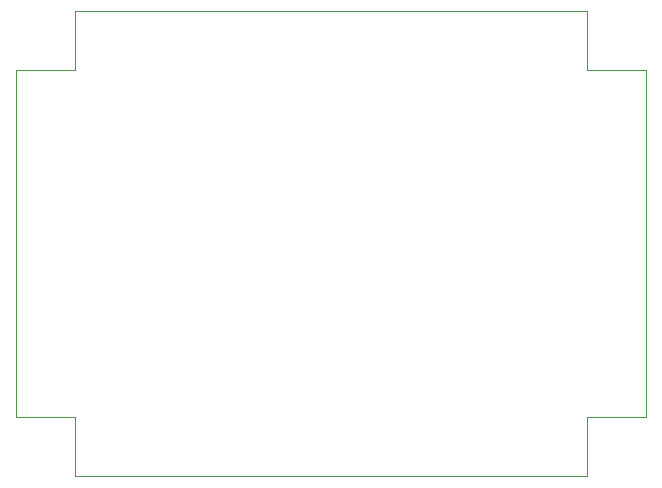
<source format=gbr>
%TF.GenerationSoftware,Altium Limited,Altium Designer,19.0.10 (269)*%
G04 Layer_Color=0*
%FSLAX26Y26*%
%MOIN*%
%TF.FileFunction,Profile,NP*%
%TF.Part,Single*%
G01*
G75*
%TA.AperFunction,Profile*%
%ADD39C,0.001000*%
D39*
X0Y196850D02*
Y1353150D01*
X196850D01*
Y1550000D01*
X1903150D01*
Y1353150D01*
X2100000D01*
Y196850D01*
X1903150D01*
Y0D01*
X196850D01*
Y196850D01*
X0D01*
%TF.MD5,55793ef7ad0a6f0236351266150efa9c*%
M02*

</source>
